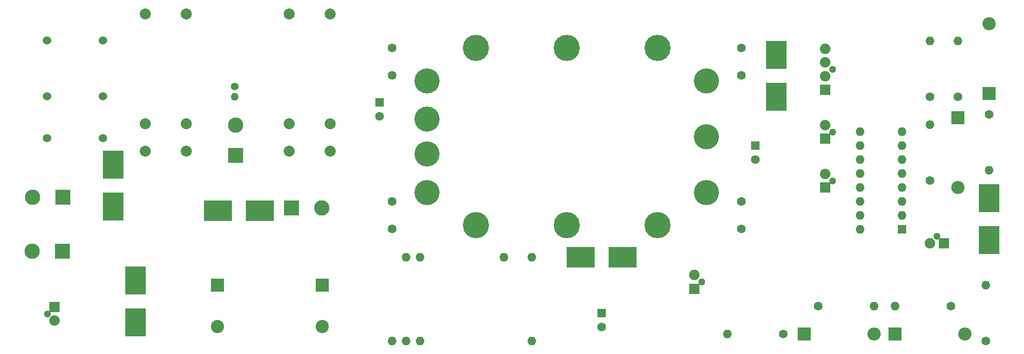
<source format=gbr>
G04 #@! TF.FileFunction,Soldermask,Top*
%FSLAX46Y46*%
G04 Gerber Fmt 4.6, Leading zero omitted, Abs format (unit mm)*
G04 Created by KiCad (PCBNEW 4.0.7) date 02/11/18 18:38:28*
%MOMM*%
%LPD*%
G01*
G04 APERTURE LIST*
%ADD10C,0.100000*%
%ADD11C,2.000000*%
%ADD12R,5.080000X3.810000*%
%ADD13R,1.600000X1.600000*%
%ADD14O,1.600000X1.600000*%
%ADD15C,1.524000*%
%ADD16C,4.572000*%
%ADD17C,4.762500*%
%ADD18C,1.600000*%
%ADD19R,2.800000X2.800000*%
%ADD20C,2.800000*%
%ADD21R,1.900000X1.900000*%
%ADD22C,1.900000*%
%ADD23C,1.300000*%
%ADD24R,3.810000X5.080000*%
%ADD25R,2.400000X2.400000*%
%ADD26O,2.400000X2.400000*%
%ADD27C,2.400000*%
%ADD28C,1.400000*%
%ADD29O,1.400000X1.400000*%
G04 APERTURE END LIST*
D10*
D11*
X71561000Y-61957000D03*
X79061000Y-61957000D03*
X71561000Y-56957000D03*
X79061000Y-56957000D03*
X71561000Y-36957000D03*
X79061000Y-36957000D03*
D12*
X58674000Y-72771000D03*
X66294000Y-72771000D03*
D11*
X45399000Y-61957000D03*
X52899000Y-61957000D03*
X45399000Y-56957000D03*
X52899000Y-56957000D03*
X45399000Y-36957000D03*
X52899000Y-36957000D03*
D13*
X183007000Y-76200000D03*
D14*
X175387000Y-58420000D03*
X183007000Y-73660000D03*
X175387000Y-60960000D03*
X183007000Y-71120000D03*
X175387000Y-63500000D03*
X183007000Y-68580000D03*
X175387000Y-66040000D03*
X183007000Y-66040000D03*
X175387000Y-68580000D03*
X183007000Y-63500000D03*
X175387000Y-71120000D03*
X183007000Y-60960000D03*
X175387000Y-73660000D03*
X183007000Y-58420000D03*
X175387000Y-76200000D03*
X90297000Y-96520000D03*
X92837000Y-96520000D03*
X95377000Y-96520000D03*
X115697000Y-96520000D03*
X115697000Y-81280000D03*
X110617000Y-81280000D03*
X95377000Y-81280000D03*
X92837000Y-81280000D03*
D15*
X27559000Y-41783000D03*
X27559000Y-51943000D03*
X27559000Y-59563000D03*
X37719000Y-41783000D03*
X37719000Y-51943000D03*
X37719000Y-59563000D03*
D16*
X96647000Y-69469000D03*
X96647000Y-62484000D03*
X96647000Y-56134000D03*
X96647000Y-49149000D03*
X147447000Y-69469000D03*
X147447000Y-59309000D03*
X147447000Y-49149000D03*
D17*
X105537000Y-43180000D03*
X122047000Y-75438000D03*
X105537000Y-75438000D03*
X138557000Y-75438000D03*
X122047000Y-43180000D03*
X138557000Y-43180000D03*
D18*
X198247000Y-96520000D03*
D14*
X198247000Y-86360000D03*
D18*
X167767000Y-90170000D03*
D14*
X177927000Y-90170000D03*
D18*
X161417000Y-95250000D03*
D14*
X151257000Y-95250000D03*
D18*
X191897000Y-90170000D03*
D14*
X181737000Y-90170000D03*
D18*
X188087000Y-67310000D03*
D14*
X188087000Y-57150000D03*
D18*
X188087000Y-52070000D03*
D14*
X188087000Y-41910000D03*
D18*
X198882000Y-55245000D03*
D14*
X198882000Y-65405000D03*
D18*
X193167000Y-52070000D03*
D14*
X193167000Y-41910000D03*
D19*
X72009000Y-72263000D03*
D20*
X77509000Y-72263000D03*
D21*
X169037000Y-68580000D03*
D22*
X169037000Y-66080000D03*
D23*
X170377000Y-67330000D03*
D21*
X169037000Y-59690000D03*
D22*
X169037000Y-57190000D03*
D23*
X170377000Y-58440000D03*
D21*
X145288000Y-86995000D03*
D22*
X145288000Y-84495000D03*
D23*
X146628000Y-85745000D03*
D21*
X28956000Y-90297000D03*
D22*
X28956000Y-92797000D03*
D23*
X27616000Y-91547000D03*
D19*
X30480000Y-70358000D03*
D20*
X24980000Y-70358000D03*
D21*
X169037000Y-50800000D03*
D22*
X169037000Y-48300000D03*
X169037000Y-45800000D03*
X169037000Y-43300000D03*
D23*
X170377000Y-47050000D03*
D19*
X30353000Y-80137000D03*
D20*
X24853000Y-80137000D03*
D24*
X39624000Y-64389000D03*
X39624000Y-72009000D03*
X198882000Y-78105000D03*
X198882000Y-70485000D03*
D12*
X124587000Y-81280000D03*
X132207000Y-81280000D03*
D24*
X43688000Y-85471000D03*
X43688000Y-93091000D03*
X160147000Y-44450000D03*
X160147000Y-52070000D03*
D25*
X181737000Y-95250000D03*
D26*
X194437000Y-95250000D03*
D25*
X165227000Y-95250000D03*
D26*
X177927000Y-95250000D03*
D25*
X193167000Y-55880000D03*
D26*
X193167000Y-68580000D03*
D25*
X198882000Y-51435000D03*
D26*
X198882000Y-38735000D03*
D13*
X128397000Y-91440000D03*
D18*
X128397000Y-93940000D03*
D25*
X77597000Y-86360000D03*
D27*
X77597000Y-93860000D03*
D25*
X58547000Y-86360000D03*
D27*
X58547000Y-93860000D03*
D13*
X156337000Y-60960000D03*
D18*
X156337000Y-63460000D03*
D13*
X88011000Y-53086000D03*
D18*
X88011000Y-55586000D03*
X90297000Y-43180000D03*
X90297000Y-48180000D03*
X153797000Y-43180000D03*
X153797000Y-48180000D03*
X90297000Y-71120000D03*
X90297000Y-76120000D03*
X153797000Y-71120000D03*
X153797000Y-76120000D03*
D21*
X190627000Y-78740000D03*
D22*
X188127000Y-78740000D03*
D23*
X189377000Y-77400000D03*
D19*
X61849000Y-62738000D03*
D20*
X61849000Y-57238000D03*
D28*
X61722000Y-50165000D03*
D29*
X61722000Y-52065000D03*
M02*

</source>
